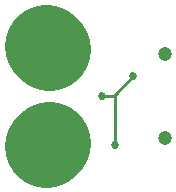
<source format=gbl>
%TF.GenerationSoftware,KiCad,Pcbnew,4.0.5-e0-6337~49~ubuntu16.04.1*%
%TF.CreationDate,2017-02-14T00:09:04-08:00*%
%TF.ProjectId,2x2-USB-Power-Connector,3278322D5553422D506F7765722D436F,1.0*%
%TF.FileFunction,Copper,L2,Bot,Signal*%
%FSLAX46Y46*%
G04 Gerber Fmt 4.6, Leading zero omitted, Abs format (unit mm)*
G04 Created by KiCad (PCBNEW 4.0.5-e0-6337~49~ubuntu16.04.1) date Tue Feb 14 00:09:04 2017*
%MOMM*%
%LPD*%
G01*
G04 APERTURE LIST*
%ADD10C,0.350000*%
%ADD11C,7.000000*%
%ADD12C,1.200000*%
%ADD13C,6.000000*%
%ADD14C,0.685800*%
%ADD15C,0.254000*%
%ADD16C,0.330200*%
%ADD17C,0.350000*%
G04 APERTURE END LIST*
D10*
D11*
X20497800Y-54494160D02*
X20247800Y-54244160D01*
X20497800Y-62494160D02*
X20247800Y-62744160D01*
D12*
X30384920Y-62082160D03*
X30384920Y-54982160D03*
D13*
X20497800Y-62494160D03*
X20497800Y-54494160D03*
D14*
X26106120Y-62631320D03*
X27691080Y-56794400D03*
X24998440Y-58511680D03*
D15*
X25973800Y-58511680D02*
X26106120Y-58379360D01*
X26106120Y-58379360D02*
X27691080Y-56794400D01*
X26106120Y-62631320D02*
X26106120Y-58379360D01*
X24998440Y-58511680D02*
X25973800Y-58511680D01*
D16*
X26106120Y-62631320D03*
X27691080Y-56794400D03*
X24998440Y-58511680D03*
D17*
X30384920Y-62082160D03*
X30384920Y-54982160D03*
X20497800Y-62494160D03*
X20497800Y-54494160D03*
M02*

</source>
